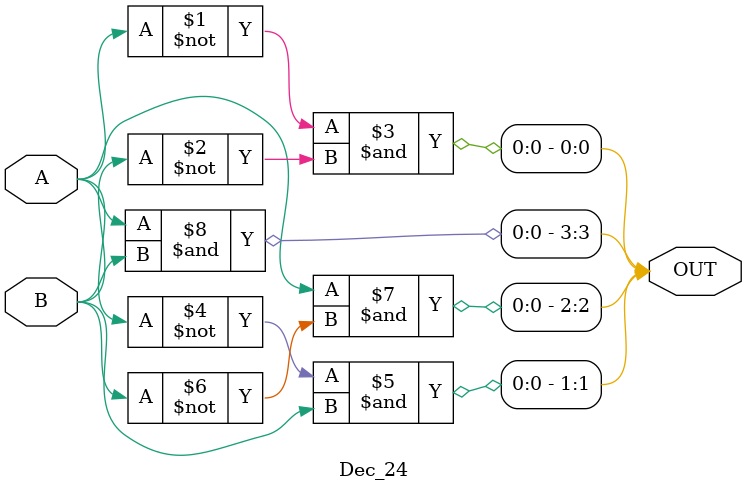
<source format=v>
module ROM_32x8 (addrb, datab, read_en);

	input [4:0] addrb;
	output [7:0] datab;
	input read_en;
	
	wire [3:0] OUT;
	
	Dec_24 d1 (addrb[4], addrb[3], OUT);
	
	ROM1_8x8 rc1 (OUT[0], addrb[2:0], datab, read_en);
	ROM2_8x8 rc2 (OUT[1], addrb[2:0], datab, read_en);
	ROM3_8x8 rc3 (OUT[2], addrb[2:0], datab, read_en);
	ROM4_8x8 rc4 (OUT[3], addrb[2:0], datab, read_en);
	
endmodule

module Dec_24 (A, B, OUT);

	input A, B;
	output [3:0] OUT;
	
	assign OUT[0] = ~A & ~B;
	assign OUT[1] = ~A & B;
	assign OUT[2] = A & ~B;
	assign OUT[3] = A & B;

endmodule



</source>
